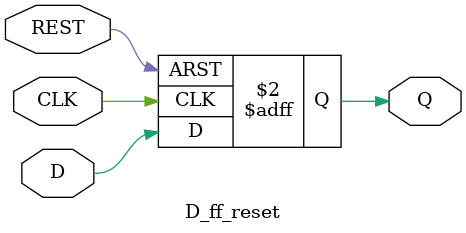
<source format=v>
module D_ff_reset(Q, D, CLK,REST);

	output reg Q;
	input D, CLK, REST;

	always @(posedge CLK or posedge REST) begin
		if(REST)
			Q <= 1'b0;
		else 
			Q <= D;
	end	

endmodule

</source>
